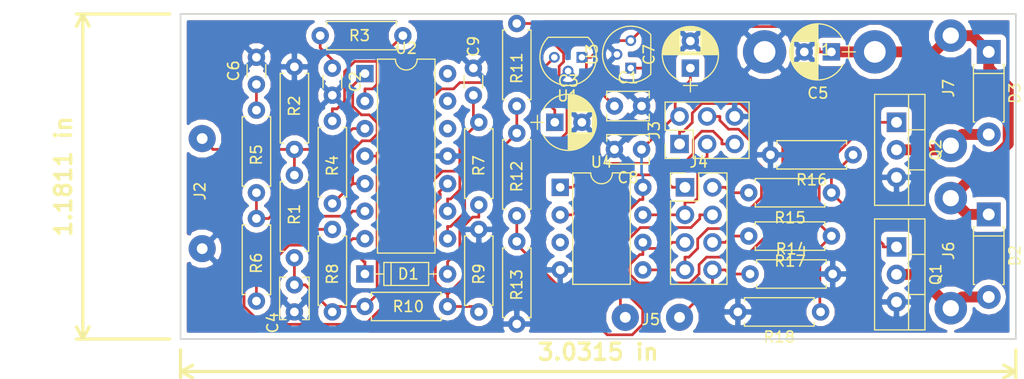
<source format=kicad_pcb>
(kicad_pcb (version 4) (host pcbnew 4.0.6)
  (layers (0 F.Cu signal) (31 B.Cu signal) (34 B.Paste user) (35 F.Paste user) (36 B.SilkS user) (37 F.SilkS user) (38 B.Mask user) (39 F.Mask user) (44 Edge.Cuts user))
  (net 0 "")
  (net 1 +12V)
  (net 2 GND)
  (net 3 "Net-(C2-Pad1)")
  (net 4 "Net-(C3-Pad1)")
  (net 5 "Net-(C6-Pad1)")
  (net 6 +5V)
  (net 7 "Net-(C9-Pad1)")
  (net 8 "Net-(D1-Pad1)")
  (net 9 "Net-(D1-Pad2)")
  (net 10 "Net-(D2-Pad2)")
  (net 11 "Net-(D3-Pad2)")
  (net 12 "Net-(J2-Pad1)")
  (net 13 "Net-(J3-Pad1)")
  (net 14 "Net-(J3-Pad3)")
  (net 15 "Net-(J3-Pad4)")
  (net 16 "Net-(J3-Pad5)")
  (net 17 "Net-(J4-Pad2)")
  (net 18 "Net-(J4-Pad4)")
  (net 19 "Net-(J4-Pad6)")
  (net 20 "Net-(J4-Pad8)")
  (net 21 "Net-(Q1-Pad1)")
  (net 22 "Net-(Q2-Pad1)")
  (net 23 "Net-(R3-Pad1)")
  (net 24 "Net-(R4-Pad1)")
  (net 25 "Net-(R5-Pad1)")
  (net 26 "Net-(R10-Pad2)")
  (net 27 "Net-(R11-Pad1)")
  (net 28 "Net-(U4-Pad3)")
  (net 29 "Net-(J4-Pad1)")
  (module Capacitors_ThroughHole:C_Disc_D3.8mm_W2.6mm_P2.50mm (layer F.Cu) (at 101 129.5)
    (fp_text reference C1 (at 1.25 -2.61) (layer F.SilkS))
    (fp_text value C)
    (pad 1 thru_hole circle (at 0 0) (size 1.6 1.6) (drill 0.8) (layers *.Cu *.Mask) (net 1 +12V))
    (pad 2 thru_hole circle (at 2.5 0) (size 1.6 1.6) (drill 0.8) (layers *.Cu *.Mask) (net 2 GND))
  )
  (module Capacitors_ThroughHole:C_Disc_D3.0mm_W1.6mm_P2.50mm (layer F.Cu) (at 75 126 270)
    (fp_text reference C2 (at 1.25 -2.11 270) (layer F.SilkS))
    (fp_text value 10n)
    (pad 1 thru_hole circle (at 0 0 270) (size 1.6 1.6) (drill 0.8) (layers *.Cu *.Mask) (net 3 "Net-(C2-Pad1)"))
    (pad 2 thru_hole circle (at 2.5 0 270) (size 1.6 1.6) (drill 0.8) (layers *.Cu *.Mask) (net 2 GND))
  )
  (module Capacitors_ThroughHole:CP_Radial_D5.0mm_P2.50mm (layer F.Cu) (at 95.5 131)
    (fp_text reference C3 (at 1.25 -3.81) (layer F.SilkS))
    (fp_text value C)
    (pad 1 thru_hole rect (at 0 0) (size 1.6 1.6) (drill 0.8) (layers *.Cu *.Mask) (net 4 "Net-(C3-Pad1)"))
    (pad 2 thru_hole circle (at 2.5 0) (size 1.6 1.6) (drill 0.8) (layers *.Cu *.Mask) (net 2 GND))
  )
  (module Capacitors_ThroughHole:C_Disc_D3.8mm_W2.6mm_P2.50mm (layer F.Cu) (at 71.5 146 270)
    (fp_text reference C4 (at 3.5 2 270) (layer F.SilkS))
    (fp_text value C)
    (pad 1 thru_hole circle (at 0 0 270) (size 1.6 1.6) (drill 0.8) (layers *.Cu *.Mask) (net 4 "Net-(C3-Pad1)"))
    (pad 2 thru_hole circle (at 2.5 0 270) (size 1.6 1.6) (drill 0.8) (layers *.Cu *.Mask) (net 2 GND))
  )
  (module Capacitors_ThroughHole:CP_Radial_D5.0mm_P2.50mm (layer F.Cu) (at 121 124.5 180)
    (fp_text reference C5 (at 1.25 -3.81 180) (layer F.SilkS))
    (fp_text value C)
    (pad 1 thru_hole rect (at 0 0 180) (size 1.6 1.6) (drill 0.8) (layers *.Cu *.Mask) (net 1 +12V))
    (pad 2 thru_hole circle (at 2.5 0 180) (size 1.6 1.6) (drill 0.8) (layers *.Cu *.Mask) (net 2 GND))
  )
  (module Capacitors_ThroughHole:C_Disc_D3.0mm_W1.6mm_P2.50mm (layer F.Cu) (at 68 127.5 90)
    (fp_text reference C6 (at 1.25 -2.11 90) (layer F.SilkS))
    (fp_text value 10n)
    (pad 1 thru_hole circle (at 0 0 90) (size 1.6 1.6) (drill 0.8) (layers *.Cu *.Mask) (net 5 "Net-(C6-Pad1)"))
    (pad 2 thru_hole circle (at 2.5 0 90) (size 1.6 1.6) (drill 0.8) (layers *.Cu *.Mask) (net 2 GND))
  )
  (module Capacitors_ThroughHole:CP_Radial_D5.0mm_P2.50mm (layer F.Cu) (at 108 126 90)
    (fp_text reference C7 (at 1.25 -3.81 90) (layer F.SilkS))
    (fp_text value C)
    (pad 1 thru_hole rect (at 0 0 90) (size 1.6 1.6) (drill 0.8) (layers *.Cu *.Mask) (net 6 +5V))
    (pad 2 thru_hole circle (at 2.5 0 90) (size 1.6 1.6) (drill 0.8) (layers *.Cu *.Mask) (net 2 GND))
  )
  (module Capacitors_ThroughHole:C_Disc_D3.8mm_W2.6mm_P2.50mm (layer F.Cu) (at 103.5 133.5 180)
    (fp_text reference C8 (at 1.25 -2.61 180) (layer F.SilkS))
    (fp_text value C)
    (pad 1 thru_hole circle (at 0 0 180) (size 1.6 1.6) (drill 0.8) (layers *.Cu *.Mask) (net 6 +5V))
    (pad 2 thru_hole circle (at 2.5 0 180) (size 1.6 1.6) (drill 0.8) (layers *.Cu *.Mask) (net 2 GND))
  )
  (module Capacitors_ThroughHole:C_Disc_D3.0mm_W1.6mm_P2.50mm (layer F.Cu) (at 88 128.5 90)
    (fp_text reference C9 (at 4.5 0 90) (layer F.SilkS))
    (fp_text value 100n)
    (pad 1 thru_hole circle (at 0 0 90) (size 1.6 1.6) (drill 0.8) (layers *.Cu *.Mask) (net 7 "Net-(C9-Pad1)"))
    (pad 2 thru_hole circle (at 2.5 0 90) (size 1.6 1.6) (drill 0.8) (layers *.Cu *.Mask) (net 2 GND))
  )
  (module Diodes_ThroughHole:D_DO-35_SOD27_P7.62mm_Horizontal (layer F.Cu) (at 78 145)
    (fp_text reference D1 (at 4 0) (layer F.SilkS))
    (fp_text value 1N4841)
    (pad 1 thru_hole rect (at 0 0) (size 1.6 1.6) (drill 0.8) (layers *.Cu *.Mask) (net 8 "Net-(D1-Pad1)"))
    (pad 2 thru_hole oval (at 7.62 0) (size 1.6 1.6) (drill 0.8) (layers *.Cu *.Mask) (net 9 "Net-(D1-Pad2)"))
  )
  (module Diodes_ThroughHole:D_DO-41_SOD81_P7.62mm_Horizontal (layer F.Cu) (at 135.5 139.5 270)
    (fp_text reference D2 (at 3.81 -2.41 270) (layer F.SilkS))
    (fp_text value D)
    (pad 1 thru_hole rect (at 0 0 270) (size 2.2 2.2) (drill 1.1) (layers *.Cu *.Mask) (net 1 +12V))
    (pad 2 thru_hole oval (at 7.62 0 270) (size 2.2 2.2) (drill 1.1) (layers *.Cu *.Mask) (net 10 "Net-(D2-Pad2)"))
  )
  (module Diodes_ThroughHole:D_DO-41_SOD81_P7.62mm_Horizontal (layer F.Cu) (at 135.5 124.5 270)
    (fp_text reference D3 (at 3.81 -2.41 270) (layer F.SilkS))
    (fp_text value D)
    (pad 1 thru_hole rect (at 0 0 270) (size 2.2 2.2) (drill 1.1) (layers *.Cu *.Mask) (net 1 +12V))
    (pad 2 thru_hole oval (at 7.62 0 270) (size 2.2 2.2) (drill 1.1) (layers *.Cu *.Mask) (net 11 "Net-(D3-Pad2)"))
  )
  (module Wire_Connections_Bridges:WireConnection_2.00mmDrill (layer F.Cu) (at 125 124.5 180)
    (fp_text reference J1 (at 4.8514 0.2032 180) (layer F.SilkS))
    (fp_text value CONN_01X02)
    (pad 1 thru_hole circle (at 0 0 180) (size 4.0005 4.0005) (drill 1.99898) (layers *.Cu *.Mask) (net 1 +12V))
    (pad 2 thru_hole circle (at 10.16 0 180) (size 4.0005 4.0005) (drill 1.99898) (layers *.Cu *.Mask) (net 2 GND))
  )
  (module Wire_Connections_Bridges:WireConnection_1.00mmDrill (layer F.Cu) (at 63 132.5 270)
    (fp_text reference J2 (at 4.8514 0.2032 270) (layer F.SilkS))
    (fp_text value CONN_01X02)
    (pad 1 thru_hole circle (at 0 0 270) (size 2.49936 2.49936) (drill 1.00076) (layers *.Cu *.Mask) (net 12 "Net-(J2-Pad1)"))
    (pad 2 thru_hole circle (at 10.16 0 270) (size 2.49936 2.49936) (drill 1.00076) (layers *.Cu *.Mask) (net 2 GND))
  )
  (module Pin_Headers:Pin_Header_Straight_2x03_Pitch2.54mm (layer F.Cu) (at 107 133 90)
    (fp_text reference J3 (at 1.27 -2.33 90) (layer F.SilkS))
    (fp_text value CONN_02X03)
    (pad 1 thru_hole rect (at 0 0 90) (size 1.7 1.7) (drill 1) (layers *.Cu *.Mask) (net 13 "Net-(J3-Pad1)"))
    (pad 2 thru_hole oval (at 2.54 0 90) (size 1.7 1.7) (drill 1) (layers *.Cu *.Mask) (net 6 +5V))
    (pad 3 thru_hole oval (at 0 2.54 90) (size 1.7 1.7) (drill 1) (layers *.Cu *.Mask) (net 14 "Net-(J3-Pad3)"))
    (pad 4 thru_hole oval (at 2.54 2.54 90) (size 1.7 1.7) (drill 1) (layers *.Cu *.Mask) (net 15 "Net-(J3-Pad4)"))
    (pad 5 thru_hole oval (at 0 5.08 90) (size 1.7 1.7) (drill 1) (layers *.Cu *.Mask) (net 16 "Net-(J3-Pad5)"))
    (pad 6 thru_hole oval (at 2.54 5.08 90) (size 1.7 1.7) (drill 1) (layers *.Cu *.Mask) (net 2 GND))
  )
  (module Pin_Headers:Pin_Header_Straight_2x04_Pitch2.54mm (layer F.Cu) (at 107.5 137)
    (fp_text reference J4 (at 1.27 -2.33) (layer F.SilkS))
    (fp_text value CONN_02X04)
    (pad 1 thru_hole rect (at 0 0) (size 1.7 1.7) (drill 1) (layers *.Cu *.Mask) (net 29 "Net-(J4-Pad1)"))
    (pad 2 thru_hole oval (at 2.54 0) (size 1.7 1.7) (drill 1) (layers *.Cu *.Mask) (net 17 "Net-(J4-Pad2)"))
    (pad 3 thru_hole oval (at 0 2.54) (size 1.7 1.7) (drill 1) (layers *.Cu *.Mask) (net 14 "Net-(J3-Pad3)"))
    (pad 4 thru_hole oval (at 2.54 2.54) (size 1.7 1.7) (drill 1) (layers *.Cu *.Mask) (net 18 "Net-(J4-Pad4)"))
    (pad 5 thru_hole oval (at 0 5.08) (size 1.7 1.7) (drill 1) (layers *.Cu *.Mask) (net 13 "Net-(J3-Pad1)"))
    (pad 6 thru_hole oval (at 2.54 5.08) (size 1.7 1.7) (drill 1) (layers *.Cu *.Mask) (net 19 "Net-(J4-Pad6)"))
    (pad 7 thru_hole oval (at 0 7.62) (size 1.7 1.7) (drill 1) (layers *.Cu *.Mask) (net 15 "Net-(J3-Pad4)"))
    (pad 8 thru_hole oval (at 2.54 7.62) (size 1.7 1.7) (drill 1) (layers *.Cu *.Mask) (net 20 "Net-(J4-Pad8)"))
  )
  (module Wire_Connections_Bridges:WireConnection_1.00mmDrill (layer F.Cu) (at 99.5 149)
    (fp_text reference J5 (at 4.8514 0.2032) (layer F.SilkS))
    (fp_text value CONN_01X02)
    (pad 1 thru_hole circle (at 2.5 0) (size 2.49936 2.49936) (drill 1.00076) (layers *.Cu *.Mask) (net 6 +5V))
    (pad 2 thru_hole circle (at 7.5 0) (size 2.49936 2.49936) (drill 1.00076) (layers *.Cu *.Mask) (net 20 "Net-(J4-Pad8)"))
  )
  (module Wire_Connections_Bridges:WireConnection_1.50mmDrill (layer F.Cu) (at 132 138 270)
    (fp_text reference J6 (at 4.8514 0.2032 270) (layer F.SilkS))
    (fp_text value CONN_01X02)
    (pad 1 thru_hole circle (at 0 0 270) (size 2.99974 2.99974) (drill 1.50114) (layers *.Cu *.Mask) (net 1 +12V))
    (pad 2 thru_hole circle (at 10.16 0 270) (size 2.99974 2.99974) (drill 1.50114) (layers *.Cu *.Mask) (net 10 "Net-(D2-Pad2)"))
  )
  (module Wire_Connections_Bridges:WireConnection_1.50mmDrill (layer F.Cu) (at 132 123 270)
    (fp_text reference J7 (at 4.8514 0.2032 450) (layer F.SilkS))
    (fp_text value CONN_01X02)
    (pad 1 thru_hole circle (at 0 0 270) (size 2.99974 2.99974) (drill 1.50114) (layers *.Cu *.Mask) (net 1 +12V))
    (pad 2 thru_hole circle (at 10.16 0 270) (size 2.99974 2.99974) (drill 1.50114) (layers *.Cu *.Mask) (net 11 "Net-(D3-Pad2)"))
  )
  (module TO_SOT_Packages_THT:TO-220-3_Vertical (layer F.Cu) (at 127 142.5 270)
    (fp_text reference Q1 (at 2.54 -3.62 270) (layer F.SilkS))
    (fp_text value Q_NMOS_GDS)
    (pad 1 thru_hole rect (at 0 0 270) (size 1.8 1.8) (drill 1) (layers *.Cu *.Mask) (net 21 "Net-(Q1-Pad1)"))
    (pad 2 thru_hole oval (at 2.54 0 270) (size 1.8 1.8) (drill 1) (layers *.Cu *.Mask) (net 10 "Net-(D2-Pad2)"))
    (pad 3 thru_hole oval (at 5.08 0 270) (size 1.8 1.8) (drill 1) (layers *.Cu *.Mask) (net 2 GND))
  )
  (module TO_SOT_Packages_THT:TO-220-3_Vertical (layer F.Cu) (at 127 131 270)
    (fp_text reference Q2 (at 2.54 -3.62 270) (layer F.SilkS))
    (fp_text value Q_NMOS_GDS)
    (pad 1 thru_hole rect (at 0 0 270) (size 1.8 1.8) (drill 1) (layers *.Cu *.Mask) (net 22 "Net-(Q2-Pad1)"))
    (pad 2 thru_hole oval (at 2.54 0 270) (size 1.8 1.8) (drill 1) (layers *.Cu *.Mask) (net 11 "Net-(D3-Pad2)"))
    (pad 3 thru_hole oval (at 5.08 0 270) (size 1.8 1.8) (drill 1) (layers *.Cu *.Mask) (net 2 GND))
  )
  (module Resistors_ThroughHole:R_Axial_DIN0207_L6.3mm_D2.5mm_P7.62mm_Horizontal (layer F.Cu) (at 71.5 143.5 90)
    (fp_text reference R1 (at 4 0 90) (layer F.SilkS))
    (fp_text value 1M)
    (pad 1 thru_hole circle (at 0 0 90) (size 1.6 1.6) (drill 0.8) (layers *.Cu *.Mask) (net 4 "Net-(C3-Pad1)"))
    (pad 2 thru_hole oval (at 7.62 0 90) (size 1.6 1.6) (drill 0.8) (layers *.Cu *.Mask) (net 12 "Net-(J2-Pad1)"))
  )
  (module Resistors_ThroughHole:R_Axial_DIN0207_L6.3mm_D2.5mm_P7.62mm_Horizontal (layer F.Cu) (at 71.5 133.5 90)
    (fp_text reference R2 (at 4 0 90) (layer F.SilkS))
    (fp_text value 1M)
    (pad 1 thru_hole circle (at 0 0 90) (size 1.6 1.6) (drill 0.8) (layers *.Cu *.Mask) (net 12 "Net-(J2-Pad1)"))
    (pad 2 thru_hole oval (at 7.62 0 90) (size 1.6 1.6) (drill 0.8) (layers *.Cu *.Mask) (net 2 GND))
  )
  (module Resistors_ThroughHole:R_Axial_DIN0207_L6.3mm_D2.5mm_P7.62mm_Horizontal (layer F.Cu) (at 81.5 123 180)
    (fp_text reference R3 (at 4 0 180) (layer F.SilkS))
    (fp_text value 12k)
    (pad 1 thru_hole circle (at 0 0 180) (size 1.6 1.6) (drill 0.8) (layers *.Cu *.Mask) (net 23 "Net-(R3-Pad1)"))
    (pad 2 thru_hole oval (at 7.62 0 180) (size 1.6 1.6) (drill 0.8) (layers *.Cu *.Mask) (net 3 "Net-(C2-Pad1)"))
  )
  (module Resistors_ThroughHole:R_Axial_DIN0207_L6.3mm_D2.5mm_P7.62mm_Horizontal (layer F.Cu) (at 75 138.5 90)
    (fp_text reference R4 (at 3.5 0 90) (layer F.SilkS))
    (fp_text value 1M)
    (pad 1 thru_hole circle (at 0 0 90) (size 1.6 1.6) (drill 0.8) (layers *.Cu *.Mask) (net 24 "Net-(R4-Pad1)"))
    (pad 2 thru_hole oval (at 7.62 0 90) (size 1.6 1.6) (drill 0.8) (layers *.Cu *.Mask) (net 23 "Net-(R3-Pad1)"))
  )
  (module Resistors_ThroughHole:R_Axial_DIN0207_L6.3mm_D2.5mm_P7.62mm_Horizontal (layer F.Cu) (at 68 137.5 90)
    (fp_text reference R5 (at 3.5 0 90) (layer F.SilkS))
    (fp_text value 12k)
    (pad 1 thru_hole circle (at 0 0 90) (size 1.6 1.6) (drill 0.8) (layers *.Cu *.Mask) (net 25 "Net-(R5-Pad1)"))
    (pad 2 thru_hole oval (at 7.62 0 90) (size 1.6 1.6) (drill 0.8) (layers *.Cu *.Mask) (net 5 "Net-(C6-Pad1)"))
  )
  (module Resistors_ThroughHole:R_Axial_DIN0207_L6.3mm_D2.5mm_P7.62mm_Horizontal (layer F.Cu) (at 68 147.5 90)
    (fp_text reference R6 (at 3.5 0 90) (layer F.SilkS))
    (fp_text value 1M)
    (pad 1 thru_hole circle (at 0 0 90) (size 1.6 1.6) (drill 0.8) (layers *.Cu *.Mask) (net 8 "Net-(D1-Pad1)"))
    (pad 2 thru_hole oval (at 7.62 0 90) (size 1.6 1.6) (drill 0.8) (layers *.Cu *.Mask) (net 25 "Net-(R5-Pad1)"))
  )
  (module Resistors_ThroughHole:R_Axial_DIN0207_L6.3mm_D2.5mm_P7.62mm_Horizontal (layer F.Cu) (at 88.5 131 270)
    (fp_text reference R7 (at 4 0 270) (layer F.SilkS))
    (fp_text value 4.7M)
    (pad 1 thru_hole circle (at 0 0 270) (size 1.6 1.6) (drill 0.8) (layers *.Cu *.Mask) (net 7 "Net-(C9-Pad1)"))
    (pad 2 thru_hole oval (at 7.62 0 270) (size 1.6 1.6) (drill 0.8) (layers *.Cu *.Mask) (net 9 "Net-(D1-Pad2)"))
  )
  (module Resistors_ThroughHole:R_Axial_DIN0207_L6.3mm_D2.5mm_P7.62mm_Horizontal (layer F.Cu) (at 75 148.5 90)
    (fp_text reference R8 (at 3.5 0 90) (layer F.SilkS))
    (fp_text value 4.7M)
    (pad 1 thru_hole circle (at 0 0 90) (size 1.6 1.6) (drill 0.8) (layers *.Cu *.Mask) (net 4 "Net-(C3-Pad1)"))
    (pad 2 thru_hole oval (at 7.62 0 90) (size 1.6 1.6) (drill 0.8) (layers *.Cu *.Mask) (net 7 "Net-(C9-Pad1)"))
  )
  (module Resistors_ThroughHole:R_Axial_DIN0207_L6.3mm_D2.5mm_P7.62mm_Horizontal (layer F.Cu) (at 88.5 148.5 90)
    (fp_text reference R9 (at 3.5 0 90) (layer F.SilkS))
    (fp_text value 1M)
    (pad 1 thru_hole circle (at 0 0 90) (size 1.6 1.6) (drill 0.8) (layers *.Cu *.Mask) (net 26 "Net-(R10-Pad2)"))
    (pad 2 thru_hole oval (at 7.62 0 90) (size 1.6 1.6) (drill 0.8) (layers *.Cu *.Mask) (net 2 GND))
  )
  (module Resistors_ThroughHole:R_Axial_DIN0207_L6.3mm_D2.5mm_P7.62mm_Horizontal (layer F.Cu) (at 78 148)
    (fp_text reference R10 (at 4 0) (layer F.SilkS))
    (fp_text value 390k)
    (pad 1 thru_hole circle (at 0 0) (size 1.6 1.6) (drill 0.8) (layers *.Cu *.Mask) (net 4 "Net-(C3-Pad1)"))
    (pad 2 thru_hole oval (at 7.62 0) (size 1.6 1.6) (drill 0.8) (layers *.Cu *.Mask) (net 26 "Net-(R10-Pad2)"))
  )
  (module Resistors_ThroughHole:R_Axial_DIN0207_L6.3mm_D2.5mm_P7.62mm_Horizontal (layer F.Cu) (at 92 129.5 90)
    (fp_text reference R11 (at 3.5 0 90) (layer F.SilkS))
    (fp_text value 4.7M)
    (pad 1 thru_hole circle (at 0 0 90) (size 1.6 1.6) (drill 0.8) (layers *.Cu *.Mask) (net 27 "Net-(R11-Pad1)"))
    (pad 2 thru_hole oval (at 7.62 0 90) (size 1.6 1.6) (drill 0.8) (layers *.Cu *.Mask) (net 26 "Net-(R10-Pad2)"))
  )
  (module Resistors_ThroughHole:R_Axial_DIN0207_L6.3mm_D2.5mm_P7.62mm_Horizontal (layer F.Cu) (at 92 132 270)
    (fp_text reference R12 (at 4 0 270) (layer F.SilkS))
    (fp_text value R)
    (pad 1 thru_hole circle (at 0 0 270) (size 1.6 1.6) (drill 0.8) (layers *.Cu *.Mask) (net 27 "Net-(R11-Pad1)"))
    (pad 2 thru_hole oval (at 7.62 0 270) (size 1.6 1.6) (drill 0.8) (layers *.Cu *.Mask) (net 18 "Net-(J4-Pad4)"))
  )
  (module Resistors_ThroughHole:R_Axial_DIN0207_L6.3mm_D2.5mm_P7.62mm_Horizontal (layer F.Cu) (at 92 142 270)
    (fp_text reference R13 (at 4 0 270) (layer F.SilkS))
    (fp_text value R)
    (pad 1 thru_hole circle (at 0 0 270) (size 1.6 1.6) (drill 0.8) (layers *.Cu *.Mask) (net 18 "Net-(J4-Pad4)"))
    (pad 2 thru_hole oval (at 7.62 0 270) (size 1.6 1.6) (drill 0.8) (layers *.Cu *.Mask) (net 2 GND))
  )
  (module Resistors_ThroughHole:R_Axial_DIN0207_L6.3mm_D2.5mm_P7.62mm_Horizontal (layer F.Cu) (at 113.5 145)
    (fp_text reference R14 (at 3.81 -2.31) (layer F.SilkS))
    (fp_text value R)
    (pad 1 thru_hole circle (at 0 0) (size 1.6 1.6) (drill 0.8) (layers *.Cu *.Mask) (net 20 "Net-(J4-Pad8)"))
    (pad 2 thru_hole oval (at 7.62 0) (size 1.6 1.6) (drill 0.8) (layers *.Cu *.Mask) (net 2 GND))
  )
  (module Resistors_ThroughHole:R_Axial_DIN0207_L6.3mm_D2.5mm_P7.62mm_Horizontal (layer F.Cu) (at 121 137.5 180)
    (fp_text reference R15 (at 3.81 -2.31 180) (layer F.SilkS))
    (fp_text value R)
    (pad 1 thru_hole circle (at 0 0 180) (size 1.6 1.6) (drill 0.8) (layers *.Cu *.Mask) (net 21 "Net-(Q1-Pad1)"))
    (pad 2 thru_hole oval (at 7.62 0 180) (size 1.6 1.6) (drill 0.8) (layers *.Cu *.Mask) (net 17 "Net-(J4-Pad2)"))
  )
  (module Resistors_ThroughHole:R_Axial_DIN0207_L6.3mm_D2.5mm_P7.62mm_Horizontal (layer F.Cu) (at 123 134 180)
    (fp_text reference R16 (at 3.81 -2.31 180) (layer F.SilkS))
    (fp_text value R)
    (pad 1 thru_hole circle (at 0 0 180) (size 1.6 1.6) (drill 0.8) (layers *.Cu *.Mask) (net 21 "Net-(Q1-Pad1)"))
    (pad 2 thru_hole oval (at 7.62 0 180) (size 1.6 1.6) (drill 0.8) (layers *.Cu *.Mask) (net 2 GND))
  )
  (module Resistors_ThroughHole:R_Axial_DIN0207_L6.3mm_D2.5mm_P7.62mm_Horizontal (layer F.Cu) (at 121 141.5 180)
    (fp_text reference R17 (at 3.81 -2.31 180) (layer F.SilkS))
    (fp_text value R)
    (pad 1 thru_hole circle (at 0 0 180) (size 1.6 1.6) (drill 0.8) (layers *.Cu *.Mask) (net 22 "Net-(Q2-Pad1)"))
    (pad 2 thru_hole oval (at 7.62 0 180) (size 1.6 1.6) (drill 0.8) (layers *.Cu *.Mask) (net 19 "Net-(J4-Pad6)"))
  )
  (module Resistors_ThroughHole:R_Axial_DIN0207_L6.3mm_D2.5mm_P7.62mm_Horizontal (layer F.Cu) (at 120 148.5 180)
    (fp_text reference R18 (at 3.81 -2.31 180) (layer F.SilkS))
    (fp_text value R)
    (pad 1 thru_hole circle (at 0 0 180) (size 1.6 1.6) (drill 0.8) (layers *.Cu *.Mask) (net 22 "Net-(Q2-Pad1)"))
    (pad 2 thru_hole oval (at 7.62 0 180) (size 1.6 1.6) (drill 0.8) (layers *.Cu *.Mask) (net 2 GND))
  )
  (module TO_SOT_Packages_THT:TO-92_Molded_Narrow (layer F.Cu) (at 98 125 180)
    (fp_text reference U1 (at 1.27 -3.56 180) (layer F.SilkS))
    (fp_text value LM7809CT)
    (pad 2 thru_hole circle (at 1.27 -1.27 270) (size 1 1) (drill 0.6) (layers *.Cu *.Mask) (net 2 GND))
    (pad 3 thru_hole circle (at 2.54 0 270) (size 1 1) (drill 0.6) (layers *.Cu *.Mask) (net 4 "Net-(C3-Pad1)"))
    (pad 1 thru_hole rect (at 0 0 270) (size 1 1) (drill 0.6) (layers *.Cu *.Mask) (net 1 +12V))
  )
  (module Housings_DIP:DIP-14_W7.62mm (layer F.Cu) (at 78 126.5)
    (fp_text reference U2 (at 3.81 -2.33) (layer F.SilkS))
    (fp_text value LM324)
    (pad 1 thru_hole rect (at 0 0) (size 1.6 1.6) (drill 0.8) (layers *.Cu *.Mask) (net 24 "Net-(R4-Pad1)"))
    (pad 8 thru_hole oval (at 7.62 15.24) (size 1.6 1.6) (drill 0.8) (layers *.Cu *.Mask) (net 27 "Net-(R11-Pad1)"))
    (pad 2 thru_hole oval (at 0 2.54) (size 1.6 1.6) (drill 0.8) (layers *.Cu *.Mask) (net 23 "Net-(R3-Pad1)"))
    (pad 9 thru_hole oval (at 7.62 12.7) (size 1.6 1.6) (drill 0.8) (layers *.Cu *.Mask) (net 7 "Net-(C9-Pad1)"))
    (pad 3 thru_hole oval (at 0 5.08) (size 1.6 1.6) (drill 0.8) (layers *.Cu *.Mask) (net 12 "Net-(J2-Pad1)"))
    (pad 10 thru_hole oval (at 7.62 10.16) (size 1.6 1.6) (drill 0.8) (layers *.Cu *.Mask) (net 26 "Net-(R10-Pad2)"))
    (pad 4 thru_hole oval (at 0 7.62) (size 1.6 1.6) (drill 0.8) (layers *.Cu *.Mask) (net 4 "Net-(C3-Pad1)"))
    (pad 11 thru_hole oval (at 7.62 7.62) (size 1.6 1.6) (drill 0.8) (layers *.Cu *.Mask) (net 2 GND))
    (pad 5 thru_hole oval (at 0 10.16) (size 1.6 1.6) (drill 0.8) (layers *.Cu *.Mask) (net 24 "Net-(R4-Pad1)"))
    (pad 12 thru_hole oval (at 7.62 5.08) (size 1.6 1.6) (drill 0.8) (layers *.Cu *.Mask))
    (pad 6 thru_hole oval (at 0 12.7) (size 1.6 1.6) (drill 0.8) (layers *.Cu *.Mask) (net 25 "Net-(R5-Pad1)"))
    (pad 13 thru_hole oval (at 7.62 2.54) (size 1.6 1.6) (drill 0.8) (layers *.Cu *.Mask))
    (pad 7 thru_hole oval (at 0 15.24) (size 1.6 1.6) (drill 0.8) (layers *.Cu *.Mask) (net 8 "Net-(D1-Pad1)"))
    (pad 14 thru_hole oval (at 7.62 0) (size 1.6 1.6) (drill 0.8) (layers *.Cu *.Mask))
  )
  (module TO_SOT_Packages_THT:TO-92_Molded_Narrow (layer F.Cu) (at 102.5 126 90)
    (fp_text reference U3 (at 1.27 -3.56 90) (layer F.SilkS))
    (fp_text value LM78L05ACZ)
    (pad 2 thru_hole circle (at 1.27 -1.27 180) (size 1 1) (drill 0.6) (layers *.Cu *.Mask) (net 2 GND))
    (pad 3 thru_hole circle (at 2.54 0 180) (size 1 1) (drill 0.6) (layers *.Cu *.Mask) (net 1 +12V))
    (pad 1 thru_hole rect (at 0 0 180) (size 1 1) (drill 0.6) (layers *.Cu *.Mask) (net 6 +5V))
  )
  (module Housings_DIP:DIP-8_W7.62mm (layer F.Cu) (at 96 137)
    (fp_text reference U4 (at 3.81 -2.33) (layer F.SilkS))
    (fp_text value ATTINY85-20PU)
    (pad 1 thru_hole rect (at 0 0) (size 1.6 1.6) (drill 0.8) (layers *.Cu *.Mask) (net 16 "Net-(J3-Pad5)"))
    (pad 5 thru_hole oval (at 7.62 7.62) (size 1.6 1.6) (drill 0.8) (layers *.Cu *.Mask) (net 15 "Net-(J3-Pad4)"))
    (pad 2 thru_hole oval (at 0 2.54) (size 1.6 1.6) (drill 0.8) (layers *.Cu *.Mask) (net 29 "Net-(J4-Pad1)"))
    (pad 6 thru_hole oval (at 7.62 5.08) (size 1.6 1.6) (drill 0.8) (layers *.Cu *.Mask) (net 13 "Net-(J3-Pad1)"))
    (pad 3 thru_hole oval (at 0 5.08) (size 1.6 1.6) (drill 0.8) (layers *.Cu *.Mask) (net 28 "Net-(U4-Pad3)"))
    (pad 7 thru_hole oval (at 7.62 2.54) (size 1.6 1.6) (drill 0.8) (layers *.Cu *.Mask) (net 14 "Net-(J3-Pad3)"))
    (pad 4 thru_hole oval (at 0 7.62) (size 1.6 1.6) (drill 0.8) (layers *.Cu *.Mask) (net 2 GND))
    (pad 8 thru_hole oval (at 7.62 0) (size 1.6 1.6) (drill 0.8) (layers *.Cu *.Mask) (net 6 +5V))
  )
  (dimension 30 (width 0.3) (layer F.SilkS) (gr_text "30.000 mm" (at 50.650001 136 270) (layer F.SilkS) (effects (font (size 1.5 1.5) (thickness 0.3)))) (feature1 (pts (xy 60 151) (xy 49.300001 151))) (feature2 (pts (xy 60 121) (xy 49.300001 121))) (crossbar (pts (xy 52.000001 121) (xy 52.000001 151))) (arrow1a (pts (xy 52.000001 151) (xy 51.41358 149.873496))) (arrow1b (pts (xy 52.000001 151) (xy 52.586422 149.873496))) (arrow2a (pts (xy 52.000001 121) (xy 51.41358 122.126504))) (arrow2b (pts (xy 52.000001 121) (xy 52.586422 122.126504))))
  (dimension 77 (width 0.3) (layer F.SilkS) (gr_text "77.000 mm" (at 99.5 155.349999) (layer F.SilkS) (effects (font (size 1.5 1.5) (thickness 0.3)))) (feature1 (pts (xy 138 152) (xy 138 156.699999))) (feature2 (pts (xy 61 152) (xy 61 156.699999))) (crossbar (pts (xy 61 153.999999) (xy 138 153.999999))) (arrow1a (pts (xy 138 153.999999) (xy 136.873496 154.58642))) (arrow1b (pts (xy 138 153.999999) (xy 136.873496 153.413578))) (arrow2a (pts (xy 61 153.999999) (xy 62.126504 154.58642))) (arrow2b (pts (xy 61 153.999999) (xy 62.126504 153.413578))))
  (gr_line (start 61 151) (end 61 121) (angle 90) (layer Edge.Cuts) (width 0.15))
  (gr_line (start 138 151) (end 61 151) (angle 90) (layer Edge.Cuts) (width 0.15))
  (gr_line (start 138 121) (end 138 151) (angle 90) (layer Edge.Cuts) (width 0.15))
  (gr_line (start 61 121) (end 138 121) (angle 90) (layer Edge.Cuts) (width 0.15))
  (segment (start 121 124.5) (end 125 124.5) (width 1) (layer F.Cu) (net 1))
  (segment (start 135.5 139.5) (end 133.5 139.5) (width 1) (layer F.Cu) (net 1))
  (segment (start 133.5 139.5) (end 132 138) (width 1) (layer F.Cu) (net 1))
  (segment (start 136.9253 127.3506) (end 136.9253 127.4253) (width 1) (layer F.Cu) (net 1))
  (segment (start 136.9253 127.4253) (end 135.5 126) (width 1) (layer F.Cu) (net 1))
  (segment (start 135.5 126) (end 135.5 124.5) (width 1) (layer F.Cu) (net 1))
  (segment (start 132 138) (end 133.499869 136.500131) (width 1) (layer F.Cu) (net 1))
  (segment (start 133.499869 136.500131) (end 133.783871 136.500131) (width 1) (layer F.Cu) (net 1))
  (segment (start 133.783871 136.500131) (end 137.300001 132.984001) (width 1) (layer F.Cu) (net 1))
  (segment (start 137.300001 132.984001) (end 137.300001 127.725301) (width 1) (layer F.Cu) (net 1))
  (segment (start 137.300001 127.725301) (end 136.9253 127.3506) (width 1) (layer F.Cu) (net 1))
  (segment (start 132 123) (end 134 123) (width 1) (layer F.Cu) (net 1))
  (segment (start 134 123) (end 135.5 124.5) (width 1) (layer F.Cu) (net 1))
  (segment (start 125 124.5) (end 130.5 124.5) (width 1) (layer F.Cu) (net 1))
  (segment (start 130.5 124.5) (end 132 123) (width 1) (layer F.Cu) (net 1))
  (segment (start 135.5 139.5) (end 134.0747 139.5) (width 0.25) (layer F.Cu) (net 1))
  (segment (start 136.9253 133.6494) (end 136.9253 127.3506) (width 0.25) (layer F.Cu) (net 1))
  (segment (start 132.5747 138) (end 136.9253 133.6494) (width 0.25) (layer F.Cu) (net 1))
  (segment (start 132 138) (end 132.5747 138) (width 0.25) (layer F.Cu) (net 1))
  (segment (start 132.5747 138) (end 134.0747 139.5) (width 0.25) (layer F.Cu) (net 1))
  (segment (start 98 125) (end 98.4127 125) (width 0.25) (layer F.Cu) (net 1))
  (segment (start 98.4127 125) (end 98.8253 125) (width 0.25) (layer F.Cu) (net 1))
  (segment (start 98.4127 126.9127) (end 101 129.5) (width 0.25) (layer F.Cu) (net 1))
  (segment (start 98.4127 125) (end 98.4127 126.9127) (width 0.25) (layer F.Cu) (net 1))
  (segment (start 100.3653 123.46) (end 102.5 123.46) (width 0.25) (layer F.Cu) (net 1))
  (segment (start 98.8253 125) (end 100.3653 123.46) (width 0.25) (layer F.Cu) (net 1))
  (segment (start 119.8747 124.2187) (end 119.8747 124.5) (width 0.25) (layer F.Cu) (net 1))
  (segment (start 117.8211 122.1651) (end 119.8747 124.2187) (width 0.25) (layer F.Cu) (net 1))
  (segment (start 103.7949 122.1651) (end 117.8211 122.1651) (width 0.25) (layer F.Cu) (net 1))
  (segment (start 102.5 123.46) (end 103.7949 122.1651) (width 0.25) (layer F.Cu) (net 1))
  (segment (start 121 124.5) (end 119.8747 124.5) (width 0.25) (layer F.Cu) (net 1))
  (segment (start 75 125.2453) (end 75 126) (width 0.25) (layer F.Cu) (net 3))
  (segment (start 73.88 124.1253) (end 75 125.2453) (width 0.25) (layer F.Cu) (net 3))
  (segment (start 73.88 123) (end 73.88 124.1253) (width 0.25) (layer F.Cu) (net 3))
  (segment (start 71.5 143.5) (end 71.5 146) (width 0.25) (layer F.Cu) (net 4))
  (segment (start 72.5 146) (end 75 148.5) (width 0.25) (layer F.Cu) (net 4))
  (segment (start 71.5 146) (end 72.5 146) (width 0.25) (layer F.Cu) (net 4))
  (segment (start 75.5 148) (end 75 148.5) (width 0.25) (layer F.Cu) (net 4))
  (segment (start 78 148) (end 75.5 148) (width 0.25) (layer F.Cu) (net 4))
  (segment (start 95.5 131) (end 95.5 129.8747) (width 0.25) (layer F.Cu) (net 4))
  (segment (start 86.751 127.3337) (end 93.21 127.3337) (width 0.25) (layer F.Cu) (net 4))
  (segment (start 86.1701 127.9146) (end 86.751 127.3337) (width 0.25) (layer F.Cu) (net 4))
  (segment (start 85.0494 127.9146) (end 86.1701 127.9146) (width 0.25) (layer F.Cu) (net 4))
  (segment (start 79.1253 133.8387) (end 85.0494 127.9146) (width 0.25) (layer F.Cu) (net 4))
  (segment (start 79.1253 134.12) (end 79.1253 133.8387) (width 0.25) (layer F.Cu) (net 4))
  (segment (start 93.21 127.25) (end 93.21 127.3337) (width 0.25) (layer F.Cu) (net 4))
  (segment (start 95.46 125) (end 93.21 127.25) (width 0.25) (layer F.Cu) (net 4))
  (segment (start 93.21 127.5847) (end 95.5 129.8747) (width 0.25) (layer F.Cu) (net 4))
  (segment (start 93.21 127.3337) (end 93.21 127.5847) (width 0.25) (layer F.Cu) (net 4))
  (segment (start 78 134.12) (end 79.0127 134.12) (width 0.25) (layer F.Cu) (net 4))
  (segment (start 79.0127 134.12) (end 79.1253 134.12) (width 0.25) (layer F.Cu) (net 4))
  (segment (start 79.1253 146.8747) (end 78 148) (width 0.25) (layer F.Cu) (net 4))
  (segment (start 79.1253 134.12) (end 79.1253 146.8747) (width 0.25) (layer F.Cu) (net 4))
  (segment (start 68 129.88) (end 68 127.5) (width 0.25) (layer F.Cu) (net 5))
  (segment (start 107 130.46) (end 106.6001 130.46) (width 0.25) (layer F.Cu) (net 6))
  (segment (start 108 126) (end 108 127.1253) (width 0.25) (layer F.Cu) (net 6))
  (segment (start 104.0749 126) (end 106.6001 128.5252) (width 0.25) (layer F.Cu) (net 6))
  (segment (start 102.5 126) (end 104.0749 126) (width 0.25) (layer F.Cu) (net 6))
  (segment (start 106.6001 130.46) (end 106.6001 128.5252) (width 0.25) (layer F.Cu) (net 6))
  (segment (start 106.6001 128.5252) (end 108 127.1253) (width 0.25) (layer F.Cu) (net 6))
  (segment (start 103.5 135.7547) (end 103.5 133.5) (width 0.25) (layer B.Cu) (net 6))
  (segment (start 103.62 135.8747) (end 103.5 135.7547) (width 0.25) (layer B.Cu) (net 6))
  (segment (start 103.62 137) (end 103.62 135.8747) (width 0.25) (layer B.Cu) (net 6))
  (segment (start 106.54 130.46) (end 106.6001 130.46) (width 0.25) (layer F.Cu) (net 6))
  (segment (start 103.5 133.5) (end 106.54 130.46) (width 0.25) (layer F.Cu) (net 6))
  (segment (start 103.62 137) (end 103.62 138.1253) (width 0.25) (layer F.Cu) (net 6))
  (segment (start 101.5497 148.5497) (end 102 149) (width 0.25) (layer F.Cu) (net 6))
  (segment (start 101.5497 139.9143) (end 101.5497 148.5497) (width 0.25) (layer F.Cu) (net 6))
  (segment (start 103.3387 138.1253) (end 101.5497 139.9143) (width 0.25) (layer F.Cu) (net 6))
  (segment (start 103.62 138.1253) (end 103.3387 138.1253) (width 0.25) (layer F.Cu) (net 6))
  (segment (start 88 130.5) (end 88.5 131) (width 0.25) (layer F.Cu) (net 7))
  (segment (start 88 128.5) (end 88 130.5) (width 0.25) (layer F.Cu) (net 7))
  (segment (start 85.62 139.2) (end 85.62 138.0747) (width 0.25) (layer F.Cu) (net 7))
  (segment (start 71.7728 140.88) (end 75 140.88) (width 0.25) (layer F.Cu) (net 7))
  (segment (start 66.8594 145.7934) (end 71.7728 140.88) (width 0.25) (layer F.Cu) (net 7))
  (segment (start 66.8594 147.9904) (end 66.8594 145.7934) (width 0.25) (layer F.Cu) (net 7))
  (segment (start 68.5147 149.6457) (end 66.8594 147.9904) (width 0.25) (layer F.Cu) (net 7))
  (segment (start 78.0289 149.6457) (end 68.5147 149.6457) (width 0.25) (layer F.Cu) (net 7))
  (segment (start 81.9694 145.7052) (end 78.0289 149.6457) (width 0.25) (layer F.Cu) (net 7))
  (segment (start 81.9694 138.6902) (end 81.9694 145.7052) (width 0.25) (layer F.Cu) (net 7))
  (segment (start 85.1495 135.5101) (end 81.9694 138.6902) (width 0.25) (layer F.Cu) (net 7))
  (segment (start 86.7453 135.5101) (end 85.1495 135.5101) (width 0.25) (layer F.Cu) (net 7))
  (segment (start 86.7453 137.2308) (end 86.7453 135.5101) (width 0.25) (layer F.Cu) (net 7))
  (segment (start 85.9014 138.0747) (end 86.7453 137.2308) (width 0.25) (layer F.Cu) (net 7))
  (segment (start 85.62 138.0747) (end 85.9014 138.0747) (width 0.25) (layer F.Cu) (net 7))
  (segment (start 86.7453 132.7547) (end 88.5 131) (width 0.25) (layer F.Cu) (net 7))
  (segment (start 86.7453 135.5101) (end 86.7453 132.7547) (width 0.25) (layer F.Cu) (net 7))
  (segment (start 78 141.74) (end 76.8747 141.74) (width 0.25) (layer F.Cu) (net 8))
  (segment (start 78 145) (end 78 143.8747) (width 0.25) (layer F.Cu) (net 8))
  (segment (start 71.005 142.336) (end 76.37 142.336) (width 0.25) (layer F.Cu) (net 8))
  (segment (start 68 145.341) (end 71.005 142.336) (width 0.25) (layer F.Cu) (net 8))
  (segment (start 68 147.5) (end 68 145.341) (width 0.25) (layer F.Cu) (net 8))
  (segment (start 76.37 142.2447) (end 76.37 142.336) (width 0.25) (layer F.Cu) (net 8))
  (segment (start 76.8747 141.74) (end 76.37 142.2447) (width 0.25) (layer F.Cu) (net 8))
  (segment (start 77.9087 143.8747) (end 78 143.8747) (width 0.25) (layer F.Cu) (net 8))
  (segment (start 76.37 142.336) (end 77.9087 143.8747) (width 0.25) (layer F.Cu) (net 8))
  (segment (start 86.7453 142.7494) (end 85.62 143.8747) (width 0.25) (layer F.Cu) (net 9))
  (segment (start 86.7453 140.9373) (end 86.7453 142.7494) (width 0.25) (layer F.Cu) (net 9))
  (segment (start 87.9373 139.7453) (end 86.7453 140.9373) (width 0.25) (layer F.Cu) (net 9))
  (segment (start 88.5 139.7453) (end 87.9373 139.7453) (width 0.25) (layer F.Cu) (net 9))
  (segment (start 88.5 138.62) (end 88.5 139.7453) (width 0.25) (layer F.Cu) (net 9))
  (segment (start 85.62 145) (end 85.62 143.8747) (width 0.25) (layer F.Cu) (net 9))
  (segment (start 127 145.04) (end 128.88 145.04) (width 1) (layer F.Cu) (net 10))
  (segment (start 128.88 145.04) (end 132 148.16) (width 1) (layer F.Cu) (net 10))
  (segment (start 135.5 147.12) (end 133.04 147.12) (width 1) (layer F.Cu) (net 10))
  (segment (start 133.04 147.12) (end 132 148.16) (width 1) (layer F.Cu) (net 10))
  (segment (start 127 133.54) (end 131.62 133.54) (width 1) (layer F.Cu) (net 11))
  (segment (start 131.62 133.54) (end 132 133.16) (width 1) (layer F.Cu) (net 11))
  (segment (start 135.5 132.12) (end 133.04 132.12) (width 1) (layer F.Cu) (net 11))
  (segment (start 133.04 132.12) (end 132 133.16) (width 1) (layer F.Cu) (net 11))
  (segment (start 78 131.58) (end 76.8747 131.58) (width 0.25) (layer F.Cu) (net 12))
  (segment (start 74.9547 133.5) (end 71.5 133.5) (width 0.25) (layer F.Cu) (net 12))
  (segment (start 76.8747 131.58) (end 74.9547 133.5) (width 0.25) (layer F.Cu) (net 12))
  (segment (start 71.5 133.5) (end 71.5 135.88) (width 0.25) (layer F.Cu) (net 12))
  (segment (start 64 133.5) (end 63 132.5) (width 0.25) (layer F.Cu) (net 12))
  (segment (start 71.5 133.5) (end 64 133.5) (width 0.25) (layer F.Cu) (net 12))
  (segment (start 107 133) (end 107 131.8247) (width 0.25) (layer F.Cu) (net 13))
  (segment (start 107.3674 131.8247) (end 107 131.8247) (width 0.25) (layer F.Cu) (net 13))
  (segment (start 108.1753 131.0168) (end 107.3674 131.8247) (width 0.25) (layer F.Cu) (net 13))
  (segment (start 108.1753 130.1477) (end 108.1753 131.0168) (width 0.25) (layer F.Cu) (net 13))
  (segment (start 109.0591 129.2639) (end 108.1753 130.1477) (width 0.25) (layer F.Cu) (net 13))
  (segment (start 112.5871 129.2639) (end 109.0591 129.2639) (width 0.25) (layer F.Cu) (net 13))
  (segment (start 116.515 133.1918) (end 112.5871 129.2639) (width 0.25) (layer F.Cu) (net 13))
  (segment (start 116.515 139.9606) (end 116.515 133.1918) (width 0.25) (layer F.Cu) (net 13))
  (segment (start 113.0309 143.4447) (end 116.515 139.9606) (width 0.25) (layer F.Cu) (net 13))
  (segment (start 109.4871 143.4447) (end 113.0309 143.4447) (width 0.25) (layer F.Cu) (net 13))
  (segment (start 108.8034 144.1284) (end 109.4871 143.4447) (width 0.25) (layer F.Cu) (net 13))
  (segment (start 108.8034 144.9877) (end 108.8034 144.1284) (width 0.25) (layer F.Cu) (net 13))
  (segment (start 107.9646 145.8265) (end 108.8034 144.9877) (width 0.25) (layer F.Cu) (net 13))
  (segment (start 103.2172 145.8265) (end 107.9646 145.8265) (width 0.25) (layer F.Cu) (net 13))
  (segment (start 102.4507 145.06) (end 103.2172 145.8265) (width 0.25) (layer F.Cu) (net 13))
  (segment (start 102.4507 144.0933) (end 102.4507 145.06) (width 0.25) (layer F.Cu) (net 13))
  (segment (start 103.3387 143.2053) (end 102.4507 144.0933) (width 0.25) (layer F.Cu) (net 13))
  (segment (start 103.62 143.2053) (end 103.3387 143.2053) (width 0.25) (layer F.Cu) (net 13))
  (segment (start 103.62 142.08) (end 103.62 142.6426) (width 0.25) (layer F.Cu) (net 13))
  (segment (start 103.62 142.6426) (end 103.62 143.2053) (width 0.25) (layer F.Cu) (net 13))
  (segment (start 105.7621 142.6426) (end 106.3247 142.08) (width 0.25) (layer F.Cu) (net 13))
  (segment (start 103.62 142.6426) (end 105.7621 142.6426) (width 0.25) (layer F.Cu) (net 13))
  (segment (start 107.5 142.08) (end 106.3247 142.08) (width 0.25) (layer F.Cu) (net 13))
  (segment (start 109.54 133) (end 109.54 134.1753) (width 0.25) (layer F.Cu) (net 14))
  (segment (start 103.62 139.54) (end 107.5 139.54) (width 0.25) (layer F.Cu) (net 14))
  (segment (start 108.6753 135.04) (end 109.54 134.1753) (width 0.25) (layer F.Cu) (net 14))
  (segment (start 108.6753 137.9975) (end 108.6753 135.04) (width 0.25) (layer F.Cu) (net 14))
  (segment (start 108.3081 138.3647) (end 108.6753 137.9975) (width 0.25) (layer F.Cu) (net 14))
  (segment (start 107.5 138.3647) (end 108.3081 138.3647) (width 0.25) (layer F.Cu) (net 14))
  (segment (start 107.5 139.54) (end 107.5 138.3647) (width 0.25) (layer F.Cu) (net 14))
  (segment (start 109.54 130.46) (end 110.7153 130.46) (width 0.25) (layer F.Cu) (net 15))
  (segment (start 103.62 144.62) (end 107.5 144.62) (width 0.25) (layer F.Cu) (net 15))
  (segment (start 110.7153 130.8274) (end 110.7153 130.46) (width 0.25) (layer F.Cu) (net 15))
  (segment (start 111.5232 131.6353) (end 110.7153 130.8274) (width 0.25) (layer F.Cu) (net 15))
  (segment (start 112.44 131.6353) (end 111.5232 131.6353) (width 0.25) (layer F.Cu) (net 15))
  (segment (start 113.5223 132.7176) (end 112.44 131.6353) (width 0.25) (layer F.Cu) (net 15))
  (segment (start 113.5223 134.0769) (end 113.5223 132.7176) (width 0.25) (layer F.Cu) (net 15))
  (segment (start 114.5521 135.1067) (end 113.5223 134.0769) (width 0.25) (layer F.Cu) (net 15))
  (segment (start 114.5521 137.9268) (end 114.5521 135.1067) (width 0.25) (layer F.Cu) (net 15))
  (segment (start 111.6689 140.81) (end 114.5521 137.9268) (width 0.25) (layer F.Cu) (net 15))
  (segment (start 109.6258 140.81) (end 111.6689 140.81) (width 0.25) (layer F.Cu) (net 15))
  (segment (start 108.6753 141.7605) (end 109.6258 140.81) (width 0.25) (layer F.Cu) (net 15))
  (segment (start 108.6753 142.6368) (end 108.6753 141.7605) (width 0.25) (layer F.Cu) (net 15))
  (segment (start 107.8674 143.4447) (end 108.6753 142.6368) (width 0.25) (layer F.Cu) (net 15))
  (segment (start 107.5 143.4447) (end 107.8674 143.4447) (width 0.25) (layer F.Cu) (net 15))
  (segment (start 107.5 144.62) (end 107.5 143.4447) (width 0.25) (layer F.Cu) (net 15))
  (segment (start 110.9047 132.6326) (end 110.9047 133) (width 0.25) (layer F.Cu) (net 16))
  (segment (start 110.0968 131.8247) (end 110.9047 132.6326) (width 0.25) (layer F.Cu) (net 16))
  (segment (start 109.0481 131.8247) (end 110.0968 131.8247) (width 0.25) (layer F.Cu) (net 16))
  (segment (start 108.27 132.6028) (end 109.0481 131.8247) (width 0.25) (layer F.Cu) (net 16))
  (segment (start 108.27 133.8901) (end 108.27 132.6028) (width 0.25) (layer F.Cu) (net 16))
  (segment (start 107.3684 134.7917) (end 108.27 133.8901) (width 0.25) (layer F.Cu) (net 16))
  (segment (start 99.3336 134.7917) (end 107.3684 134.7917) (width 0.25) (layer F.Cu) (net 16))
  (segment (start 97.1253 137) (end 99.3336 134.7917) (width 0.25) (layer F.Cu) (net 16))
  (segment (start 96 137) (end 97.1253 137) (width 0.25) (layer F.Cu) (net 16))
  (segment (start 112.08 133) (end 110.9047 133) (width 0.25) (layer F.Cu) (net 16))
  (segment (start 111.7153 137.5) (end 111.2153 137) (width 0.25) (layer F.Cu) (net 17))
  (segment (start 113.38 137.5) (end 111.7153 137.5) (width 0.25) (layer F.Cu) (net 17))
  (segment (start 110.04 137) (end 111.2153 137) (width 0.25) (layer F.Cu) (net 17))
  (segment (start 92 139.62) (end 92 142) (width 0.25) (layer F.Cu) (net 18))
  (segment (start 108.8647 139.9074) (end 108.8647 139.54) (width 0.25) (layer F.Cu) (net 18))
  (segment (start 108.0568 140.7153) (end 108.8647 139.9074) (width 0.25) (layer F.Cu) (net 18))
  (segment (start 103.3806 140.7153) (end 108.0568 140.7153) (width 0.25) (layer F.Cu) (net 18))
  (segment (start 102 142.0959) (end 103.3806 140.7153) (width 0.25) (layer F.Cu) (net 18))
  (segment (start 102 146.6883) (end 102 142.0959) (width 0.25) (layer F.Cu) (net 18))
  (segment (start 103.6029 148.2912) (end 102 146.6883) (width 0.25) (layer F.Cu) (net 18))
  (segment (start 103.6029 149.6466) (end 103.6029 148.2912) (width 0.25) (layer F.Cu) (net 18))
  (segment (start 102.64 150.6095) (end 103.6029 149.6466) (width 0.25) (layer F.Cu) (net 18))
  (segment (start 100.3336 150.6095) (end 102.64 150.6095) (width 0.25) (layer F.Cu) (net 18))
  (segment (start 92 142.2759) (end 100.3336 150.6095) (width 0.25) (layer F.Cu) (net 18))
  (segment (start 92 142) (end 92 142.2759) (width 0.25) (layer F.Cu) (net 18))
  (segment (start 110.04 139.54) (end 108.8647 139.54) (width 0.25) (layer F.Cu) (net 18))
  (segment (start 111.7953 141.5) (end 111.2153 142.08) (width 0.25) (layer F.Cu) (net 19))
  (segment (start 113.38 141.5) (end 111.7953 141.5) (width 0.25) (layer F.Cu) (net 19))
  (segment (start 110.04 142.08) (end 111.2153 142.08) (width 0.25) (layer F.Cu) (net 19))
  (segment (start 111.5953 145) (end 111.2153 144.62) (width 0.25) (layer F.Cu) (net 20))
  (segment (start 113.5 145) (end 111.5953 145) (width 0.25) (layer F.Cu) (net 20))
  (segment (start 110.04 144.62) (end 111.2153 144.62) (width 0.25) (layer F.Cu) (net 20))
  (segment (start 110.04 145.96) (end 110.04 144.62) (width 0.25) (layer F.Cu) (net 20))
  (segment (start 107 149) (end 110.04 145.96) (width 0.25) (layer F.Cu) (net 20))
  (segment (start 127 142.5) (end 125.7747 142.5) (width 0.25) (layer F.Cu) (net 21))
  (segment (start 121 136) (end 121 137.5) (width 0.25) (layer F.Cu) (net 21))
  (segment (start 123 134) (end 121 136) (width 0.25) (layer F.Cu) (net 21))
  (segment (start 125.7747 142.2747) (end 125.7747 142.5) (width 0.25) (layer F.Cu) (net 21))
  (segment (start 121 137.5) (end 125.7747 142.2747) (width 0.25) (layer F.Cu) (net 21))
  (segment (start 119.9322 148.4322) (end 120 148.5) (width 0.25) (layer F.Cu) (net 22))
  (segment (start 119.9322 142.5678) (end 119.9322 148.4322) (width 0.25) (layer F.Cu) (net 22))
  (segment (start 121 141.5) (end 119.9322 142.5678) (width 0.25) (layer F.Cu) (net 22))
  (segment (start 124.3932 131) (end 127 131) (width 0.25) (layer F.Cu) (net 22))
  (segment (start 119.8733 135.5199) (end 124.3932 131) (width 0.25) (layer F.Cu) (net 22))
  (segment (start 119.8733 140.3733) (end 119.8733 135.5199) (width 0.25) (layer F.Cu) (net 22))
  (segment (start 121 141.5) (end 119.8733 140.3733) (width 0.25) (layer F.Cu) (net 22))
  (segment (start 78 129.04) (end 78 127.9147) (width 0.25) (layer F.Cu) (net 23))
  (segment (start 79.1254 125.3746) (end 81.5 123) (width 0.25) (layer F.Cu) (net 23))
  (segment (start 77.0653 125.3746) (end 79.1254 125.3746) (width 0.25) (layer F.Cu) (net 23))
  (segment (start 76.1253 126.3146) (end 77.0653 125.3746) (width 0.25) (layer F.Cu) (net 23))
  (segment (start 76.1253 129.0515) (end 76.1253 126.3146) (width 0.25) (layer F.Cu) (net 23))
  (segment (start 75.4221 129.7547) (end 76.1253 129.0515) (width 0.25) (layer F.Cu) (net 23))
  (segment (start 75 129.7547) (end 75.4221 129.7547) (width 0.25) (layer F.Cu) (net 23))
  (segment (start 78.7033 127.9147) (end 78 127.9147) (width 0.25) (layer F.Cu) (net 23))
  (segment (start 79.1254 127.4926) (end 78.7033 127.9147) (width 0.25) (layer F.Cu) (net 23))
  (segment (start 79.1254 125.3746) (end 79.1254 127.4926) (width 0.25) (layer F.Cu) (net 23))
  (segment (start 75 130.88) (end 75 129.7547) (width 0.25) (layer F.Cu) (net 23))
  (segment (start 75.0347 138.5) (end 75 138.5) (width 0.25) (layer F.Cu) (net 24))
  (segment (start 76.8747 136.66) (end 75.0347 138.5) (width 0.25) (layer F.Cu) (net 24))
  (segment (start 78 136.66) (end 76.8747 136.66) (width 0.25) (layer F.Cu) (net 24))
  (segment (start 76.8747 133.5873) (end 76.8747 136.66) (width 0.25) (layer F.Cu) (net 24))
  (segment (start 77.7566 132.7054) (end 76.8747 133.5873) (width 0.25) (layer F.Cu) (net 24))
  (segment (start 78.5105 132.7054) (end 77.7566 132.7054) (width 0.25) (layer F.Cu) (net 24))
  (segment (start 79.1254 132.0905) (end 78.5105 132.7054) (width 0.25) (layer F.Cu) (net 24))
  (segment (start 79.1254 131.0364) (end 79.1254 132.0905) (width 0.25) (layer F.Cu) (net 24))
  (segment (start 78.399 130.31) (end 79.1254 131.0364) (width 0.25) (layer F.Cu) (net 24))
  (segment (start 77.6725 130.31) (end 78.399 130.31) (width 0.25) (layer F.Cu) (net 24))
  (segment (start 76.8746 129.5121) (end 77.6725 130.31) (width 0.25) (layer F.Cu) (net 24))
  (segment (start 76.8746 127.6254) (end 76.8746 129.5121) (width 0.25) (layer F.Cu) (net 24))
  (segment (start 78 126.5) (end 76.8746 127.6254) (width 0.25) (layer F.Cu) (net 24))
  (segment (start 69.3389 139.6664) (end 69.1253 139.88) (width 0.25) (layer F.Cu) (net 25))
  (segment (start 76.4083 139.6664) (end 69.3389 139.6664) (width 0.25) (layer F.Cu) (net 25))
  (segment (start 76.8747 139.2) (end 76.4083 139.6664) (width 0.25) (layer F.Cu) (net 25))
  (segment (start 78 139.2) (end 76.8747 139.2) (width 0.25) (layer F.Cu) (net 25))
  (segment (start 68 139.88) (end 68.5627 139.88) (width 0.25) (layer F.Cu) (net 25))
  (segment (start 68.5627 139.88) (end 69.1253 139.88) (width 0.25) (layer F.Cu) (net 25))
  (segment (start 68 139.3173) (end 68 137.5) (width 0.25) (layer F.Cu) (net 25))
  (segment (start 68.5627 139.88) (end 68 139.3173) (width 0.25) (layer F.Cu) (net 25))
  (segment (start 88 148) (end 88.5 148.5) (width 0.25) (layer F.Cu) (net 26))
  (segment (start 85.62 148) (end 88 148) (width 0.25) (layer F.Cu) (net 26))
  (segment (start 85.62 148) (end 85.62 146.8747) (width 0.25) (layer F.Cu) (net 26))
  (segment (start 89.9869 142.5078) (end 85.62 146.8747) (width 0.25) (layer F.Cu) (net 26))
  (segment (start 89.9869 138.5779) (end 89.9869 142.5078) (width 0.25) (layer F.Cu) (net 26))
  (segment (start 96.6254 131.9394) (end 89.9869 138.5779) (width 0.25) (layer F.Cu) (net 26))
  (segment (start 96.6254 128.4748) (end 96.6254 131.9394) (width 0.25) (layer F.Cu) (net 26))
  (segment (start 95.9046 127.754) (end 96.6254 128.4748) (width 0.25) (layer F.Cu) (net 26))
  (segment (start 95.9046 125.8254) (end 95.9046 127.754) (width 0.25) (layer F.Cu) (net 26))
  (segment (start 96.316 125.414) (end 95.9046 125.8254) (width 0.25) (layer F.Cu) (net 26))
  (segment (start 96.316 124.6258) (end 96.316 125.414) (width 0.25) (layer F.Cu) (net 26))
  (segment (start 93.5702 121.88) (end 96.316 124.6258) (width 0.25) (layer F.Cu) (net 26))
  (segment (start 92 121.88) (end 93.5702 121.88) (width 0.25) (layer F.Cu) (net 26))
  (segment (start 84.8132 137.4668) (end 85.62 136.66) (width 0.25) (layer F.Cu) (net 26))
  (segment (start 84.945 137.5986) (end 84.8132 137.4668) (width 0.25) (layer F.Cu) (net 26))
  (segment (start 84.945 137.9719) (end 84.945 137.5986) (width 0.25) (layer F.Cu) (net 26))
  (segment (start 84.5492 138.3677) (end 84.945 137.9719) (width 0.25) (layer F.Cu) (net 26))
  (segment (start 84.4947 138.3677) (end 84.5492 138.3677) (width 0.25) (layer F.Cu) (net 26))
  (segment (start 84.4947 145.7494) (end 84.4947 138.3677) (width 0.25) (layer F.Cu) (net 26))
  (segment (start 85.62 146.8747) (end 84.4947 145.7494) (width 0.25) (layer F.Cu) (net 26))
  (segment (start 85.62 141.74) (end 85.62 140.6147) (width 0.25) (layer F.Cu) (net 27))
  (segment (start 92 132) (end 92 129.5) (width 0.25) (layer F.Cu) (net 27))
  (segment (start 87.1957 136.8043) (end 92 132) (width 0.25) (layer F.Cu) (net 27))
  (segment (start 87.1957 139.3204) (end 87.1957 136.8043) (width 0.25) (layer F.Cu) (net 27))
  (segment (start 85.9014 140.6147) (end 87.1957 139.3204) (width 0.25) (layer F.Cu) (net 27))
  (segment (start 85.62 140.6147) (end 85.9014 140.6147) (width 0.25) (layer F.Cu) (net 27))
  (segment (start 105.174 135.8493) (end 106.3247 137) (width 0.25) (layer F.Cu) (net 29))
  (segment (start 100.816 135.8493) (end 105.174 135.8493) (width 0.25) (layer F.Cu) (net 29))
  (segment (start 97.1253 139.54) (end 100.816 135.8493) (width 0.25) (layer F.Cu) (net 29))
  (segment (start 96 139.54) (end 97.1253 139.54) (width 0.25) (layer F.Cu) (net 29))
  (segment (start 107.5 137) (end 106.3247 137) (width 0.25) (layer F.Cu) (net 29))
  (zone (net 0) (net_name "") (layer F.Cu) (connect_pads (clearance 0.508)) (min_thickness 0.254) (fill yes (arc_segments 16) (thermal_gap 0.508) (thermal_bridge_width 0.508))
    (polygon (pts (xy 138 121) (xy 138 151) (xy 61 151) (xy 61 121)))
  )
  (zone (net 2) (net_name GND) (layer B.Cu) (connect_pads (clearance 0.508)) (min_thickness 0.254) (fill yes (arc_segments 16) (thermal_gap 0.508) (thermal_bridge_width 0.508))
    (polygon (pts (xy 138 121) (xy 61 121) (xy 61 151) (xy 138 151)))
  )
)
</source>
